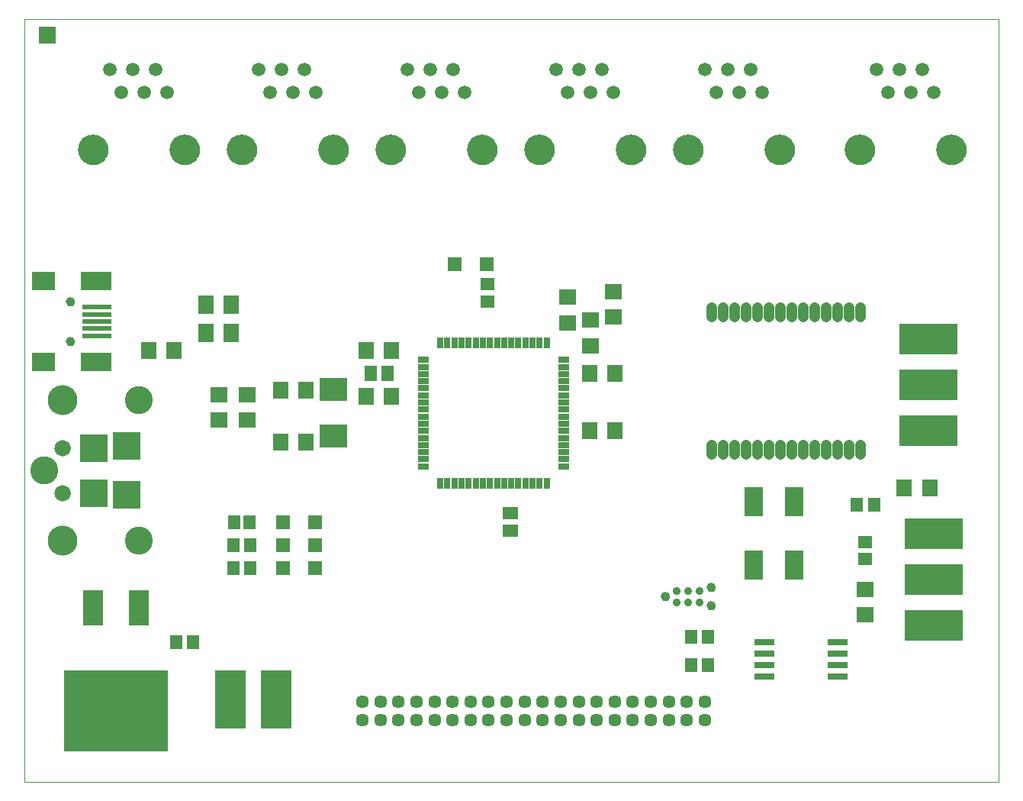
<source format=gts>
G75*
%MOIN*%
%OFA0B0*%
%FSLAX24Y24*%
%IPPOS*%
%LPD*%
%AMOC8*
5,1,8,0,0,1.08239X$1,22.5*
%
%ADD10C,0.0000*%
%ADD11C,0.0591*%
%ADD12C,0.1320*%
%ADD13R,0.0552X0.0631*%
%ADD14R,0.0631X0.0631*%
%ADD15C,0.1221*%
%ADD16C,0.1306*%
%ADD17R,0.1221X0.1221*%
%ADD18C,0.0709*%
%ADD19R,0.0670X0.0749*%
%ADD20C,0.0350*%
%ADD21C,0.0390*%
%ADD22R,0.0749X0.0670*%
%ADD23R,0.0790X0.1290*%
%ADD24R,0.0670X0.0552*%
%ADD25R,0.0552X0.0670*%
%ADD26R,0.1221X0.1024*%
%ADD27R,0.1024X0.0827*%
%ADD28R,0.1339X0.0827*%
%ADD29R,0.1260X0.0237*%
%ADD30C,0.0394*%
%ADD31R,0.0670X0.0827*%
%ADD32R,0.0910X0.0280*%
%ADD33C,0.0453*%
%ADD34R,0.0860X0.1540*%
%ADD35R,0.4540X0.3540*%
%ADD36R,0.1320X0.2580*%
%ADD37R,0.2580X0.1320*%
%ADD38R,0.0750X0.0670*%
%ADD39R,0.0670X0.0750*%
%ADD40R,0.0631X0.0552*%
%ADD41R,0.0510X0.0260*%
%ADD42R,0.0260X0.0510*%
%ADD43C,0.0571*%
%ADD44R,0.0749X0.0749*%
D10*
X000450Y000330D02*
X000450Y033626D01*
X043020Y033626D01*
X043020Y000330D01*
X000450Y000330D01*
X001769Y012946D02*
X001771Y012982D01*
X001777Y013018D01*
X001787Y013053D01*
X001800Y013087D01*
X001817Y013119D01*
X001837Y013149D01*
X001861Y013176D01*
X001887Y013201D01*
X001916Y013223D01*
X001947Y013242D01*
X001980Y013257D01*
X002014Y013269D01*
X002050Y013277D01*
X002086Y013281D01*
X002122Y013281D01*
X002158Y013277D01*
X002194Y013269D01*
X002228Y013257D01*
X002261Y013242D01*
X002292Y013223D01*
X002321Y013201D01*
X002347Y013176D01*
X002371Y013149D01*
X002391Y013119D01*
X002408Y013087D01*
X002421Y013053D01*
X002431Y013018D01*
X002437Y012982D01*
X002439Y012946D01*
X002437Y012910D01*
X002431Y012874D01*
X002421Y012839D01*
X002408Y012805D01*
X002391Y012773D01*
X002371Y012743D01*
X002347Y012716D01*
X002321Y012691D01*
X002292Y012669D01*
X002261Y012650D01*
X002228Y012635D01*
X002194Y012623D01*
X002158Y012615D01*
X002122Y012611D01*
X002086Y012611D01*
X002050Y012615D01*
X002014Y012623D01*
X001980Y012635D01*
X001947Y012650D01*
X001916Y012669D01*
X001887Y012691D01*
X001861Y012716D01*
X001837Y012743D01*
X001817Y012773D01*
X001800Y012805D01*
X001787Y012839D01*
X001777Y012874D01*
X001771Y012910D01*
X001769Y012946D01*
X001769Y014914D02*
X001771Y014950D01*
X001777Y014986D01*
X001787Y015021D01*
X001800Y015055D01*
X001817Y015087D01*
X001837Y015117D01*
X001861Y015144D01*
X001887Y015169D01*
X001916Y015191D01*
X001947Y015210D01*
X001980Y015225D01*
X002014Y015237D01*
X002050Y015245D01*
X002086Y015249D01*
X002122Y015249D01*
X002158Y015245D01*
X002194Y015237D01*
X002228Y015225D01*
X002261Y015210D01*
X002292Y015191D01*
X002321Y015169D01*
X002347Y015144D01*
X002371Y015117D01*
X002391Y015087D01*
X002408Y015055D01*
X002421Y015021D01*
X002431Y014986D01*
X002437Y014950D01*
X002439Y014914D01*
X002437Y014878D01*
X002431Y014842D01*
X002421Y014807D01*
X002408Y014773D01*
X002391Y014741D01*
X002371Y014711D01*
X002347Y014684D01*
X002321Y014659D01*
X002292Y014637D01*
X002261Y014618D01*
X002228Y014603D01*
X002194Y014591D01*
X002158Y014583D01*
X002122Y014579D01*
X002086Y014579D01*
X002050Y014583D01*
X002014Y014591D01*
X001980Y014603D01*
X001947Y014618D01*
X001916Y014637D01*
X001887Y014659D01*
X001861Y014684D01*
X001837Y014711D01*
X001817Y014741D01*
X001800Y014773D01*
X001787Y014807D01*
X001777Y014842D01*
X001771Y014878D01*
X001769Y014914D01*
X002273Y019564D02*
X002275Y019590D01*
X002281Y019616D01*
X002291Y019641D01*
X002304Y019664D01*
X002320Y019684D01*
X002340Y019702D01*
X002362Y019717D01*
X002385Y019729D01*
X002411Y019737D01*
X002437Y019741D01*
X002463Y019741D01*
X002489Y019737D01*
X002515Y019729D01*
X002539Y019717D01*
X002560Y019702D01*
X002580Y019684D01*
X002596Y019664D01*
X002609Y019641D01*
X002619Y019616D01*
X002625Y019590D01*
X002627Y019564D01*
X002625Y019538D01*
X002619Y019512D01*
X002609Y019487D01*
X002596Y019464D01*
X002580Y019444D01*
X002560Y019426D01*
X002538Y019411D01*
X002515Y019399D01*
X002489Y019391D01*
X002463Y019387D01*
X002437Y019387D01*
X002411Y019391D01*
X002385Y019399D01*
X002361Y019411D01*
X002340Y019426D01*
X002320Y019444D01*
X002304Y019464D01*
X002291Y019487D01*
X002281Y019512D01*
X002275Y019538D01*
X002273Y019564D01*
X002273Y021296D02*
X002275Y021322D01*
X002281Y021348D01*
X002291Y021373D01*
X002304Y021396D01*
X002320Y021416D01*
X002340Y021434D01*
X002362Y021449D01*
X002385Y021461D01*
X002411Y021469D01*
X002437Y021473D01*
X002463Y021473D01*
X002489Y021469D01*
X002515Y021461D01*
X002539Y021449D01*
X002560Y021434D01*
X002580Y021416D01*
X002596Y021396D01*
X002609Y021373D01*
X002619Y021348D01*
X002625Y021322D01*
X002627Y021296D01*
X002625Y021270D01*
X002619Y021244D01*
X002609Y021219D01*
X002596Y021196D01*
X002580Y021176D01*
X002560Y021158D01*
X002538Y021143D01*
X002515Y021131D01*
X002489Y021123D01*
X002463Y021119D01*
X002437Y021119D01*
X002411Y021123D01*
X002385Y021131D01*
X002361Y021143D01*
X002340Y021158D01*
X002320Y021176D01*
X002304Y021196D01*
X002291Y021219D01*
X002281Y021244D01*
X002275Y021270D01*
X002273Y021296D01*
X002810Y027930D02*
X002812Y027980D01*
X002818Y028030D01*
X002828Y028079D01*
X002841Y028128D01*
X002859Y028175D01*
X002880Y028221D01*
X002904Y028264D01*
X002932Y028306D01*
X002963Y028346D01*
X002997Y028383D01*
X003034Y028417D01*
X003074Y028448D01*
X003116Y028476D01*
X003159Y028500D01*
X003205Y028521D01*
X003252Y028539D01*
X003301Y028552D01*
X003350Y028562D01*
X003400Y028568D01*
X003450Y028570D01*
X003500Y028568D01*
X003550Y028562D01*
X003599Y028552D01*
X003648Y028539D01*
X003695Y028521D01*
X003741Y028500D01*
X003784Y028476D01*
X003826Y028448D01*
X003866Y028417D01*
X003903Y028383D01*
X003937Y028346D01*
X003968Y028306D01*
X003996Y028264D01*
X004020Y028221D01*
X004041Y028175D01*
X004059Y028128D01*
X004072Y028079D01*
X004082Y028030D01*
X004088Y027980D01*
X004090Y027930D01*
X004088Y027880D01*
X004082Y027830D01*
X004072Y027781D01*
X004059Y027732D01*
X004041Y027685D01*
X004020Y027639D01*
X003996Y027596D01*
X003968Y027554D01*
X003937Y027514D01*
X003903Y027477D01*
X003866Y027443D01*
X003826Y027412D01*
X003784Y027384D01*
X003741Y027360D01*
X003695Y027339D01*
X003648Y027321D01*
X003599Y027308D01*
X003550Y027298D01*
X003500Y027292D01*
X003450Y027290D01*
X003400Y027292D01*
X003350Y027298D01*
X003301Y027308D01*
X003252Y027321D01*
X003205Y027339D01*
X003159Y027360D01*
X003116Y027384D01*
X003074Y027412D01*
X003034Y027443D01*
X002997Y027477D01*
X002963Y027514D01*
X002932Y027554D01*
X002904Y027596D01*
X002880Y027639D01*
X002859Y027685D01*
X002841Y027732D01*
X002828Y027781D01*
X002818Y027830D01*
X002812Y027880D01*
X002810Y027930D01*
X006810Y027930D02*
X006812Y027980D01*
X006818Y028030D01*
X006828Y028079D01*
X006841Y028128D01*
X006859Y028175D01*
X006880Y028221D01*
X006904Y028264D01*
X006932Y028306D01*
X006963Y028346D01*
X006997Y028383D01*
X007034Y028417D01*
X007074Y028448D01*
X007116Y028476D01*
X007159Y028500D01*
X007205Y028521D01*
X007252Y028539D01*
X007301Y028552D01*
X007350Y028562D01*
X007400Y028568D01*
X007450Y028570D01*
X007500Y028568D01*
X007550Y028562D01*
X007599Y028552D01*
X007648Y028539D01*
X007695Y028521D01*
X007741Y028500D01*
X007784Y028476D01*
X007826Y028448D01*
X007866Y028417D01*
X007903Y028383D01*
X007937Y028346D01*
X007968Y028306D01*
X007996Y028264D01*
X008020Y028221D01*
X008041Y028175D01*
X008059Y028128D01*
X008072Y028079D01*
X008082Y028030D01*
X008088Y027980D01*
X008090Y027930D01*
X008088Y027880D01*
X008082Y027830D01*
X008072Y027781D01*
X008059Y027732D01*
X008041Y027685D01*
X008020Y027639D01*
X007996Y027596D01*
X007968Y027554D01*
X007937Y027514D01*
X007903Y027477D01*
X007866Y027443D01*
X007826Y027412D01*
X007784Y027384D01*
X007741Y027360D01*
X007695Y027339D01*
X007648Y027321D01*
X007599Y027308D01*
X007550Y027298D01*
X007500Y027292D01*
X007450Y027290D01*
X007400Y027292D01*
X007350Y027298D01*
X007301Y027308D01*
X007252Y027321D01*
X007205Y027339D01*
X007159Y027360D01*
X007116Y027384D01*
X007074Y027412D01*
X007034Y027443D01*
X006997Y027477D01*
X006963Y027514D01*
X006932Y027554D01*
X006904Y027596D01*
X006880Y027639D01*
X006859Y027685D01*
X006841Y027732D01*
X006828Y027781D01*
X006818Y027830D01*
X006812Y027880D01*
X006810Y027930D01*
X009310Y027930D02*
X009312Y027980D01*
X009318Y028030D01*
X009328Y028079D01*
X009341Y028128D01*
X009359Y028175D01*
X009380Y028221D01*
X009404Y028264D01*
X009432Y028306D01*
X009463Y028346D01*
X009497Y028383D01*
X009534Y028417D01*
X009574Y028448D01*
X009616Y028476D01*
X009659Y028500D01*
X009705Y028521D01*
X009752Y028539D01*
X009801Y028552D01*
X009850Y028562D01*
X009900Y028568D01*
X009950Y028570D01*
X010000Y028568D01*
X010050Y028562D01*
X010099Y028552D01*
X010148Y028539D01*
X010195Y028521D01*
X010241Y028500D01*
X010284Y028476D01*
X010326Y028448D01*
X010366Y028417D01*
X010403Y028383D01*
X010437Y028346D01*
X010468Y028306D01*
X010496Y028264D01*
X010520Y028221D01*
X010541Y028175D01*
X010559Y028128D01*
X010572Y028079D01*
X010582Y028030D01*
X010588Y027980D01*
X010590Y027930D01*
X010588Y027880D01*
X010582Y027830D01*
X010572Y027781D01*
X010559Y027732D01*
X010541Y027685D01*
X010520Y027639D01*
X010496Y027596D01*
X010468Y027554D01*
X010437Y027514D01*
X010403Y027477D01*
X010366Y027443D01*
X010326Y027412D01*
X010284Y027384D01*
X010241Y027360D01*
X010195Y027339D01*
X010148Y027321D01*
X010099Y027308D01*
X010050Y027298D01*
X010000Y027292D01*
X009950Y027290D01*
X009900Y027292D01*
X009850Y027298D01*
X009801Y027308D01*
X009752Y027321D01*
X009705Y027339D01*
X009659Y027360D01*
X009616Y027384D01*
X009574Y027412D01*
X009534Y027443D01*
X009497Y027477D01*
X009463Y027514D01*
X009432Y027554D01*
X009404Y027596D01*
X009380Y027639D01*
X009359Y027685D01*
X009341Y027732D01*
X009328Y027781D01*
X009318Y027830D01*
X009312Y027880D01*
X009310Y027930D01*
X013310Y027930D02*
X013312Y027980D01*
X013318Y028030D01*
X013328Y028079D01*
X013341Y028128D01*
X013359Y028175D01*
X013380Y028221D01*
X013404Y028264D01*
X013432Y028306D01*
X013463Y028346D01*
X013497Y028383D01*
X013534Y028417D01*
X013574Y028448D01*
X013616Y028476D01*
X013659Y028500D01*
X013705Y028521D01*
X013752Y028539D01*
X013801Y028552D01*
X013850Y028562D01*
X013900Y028568D01*
X013950Y028570D01*
X014000Y028568D01*
X014050Y028562D01*
X014099Y028552D01*
X014148Y028539D01*
X014195Y028521D01*
X014241Y028500D01*
X014284Y028476D01*
X014326Y028448D01*
X014366Y028417D01*
X014403Y028383D01*
X014437Y028346D01*
X014468Y028306D01*
X014496Y028264D01*
X014520Y028221D01*
X014541Y028175D01*
X014559Y028128D01*
X014572Y028079D01*
X014582Y028030D01*
X014588Y027980D01*
X014590Y027930D01*
X014588Y027880D01*
X014582Y027830D01*
X014572Y027781D01*
X014559Y027732D01*
X014541Y027685D01*
X014520Y027639D01*
X014496Y027596D01*
X014468Y027554D01*
X014437Y027514D01*
X014403Y027477D01*
X014366Y027443D01*
X014326Y027412D01*
X014284Y027384D01*
X014241Y027360D01*
X014195Y027339D01*
X014148Y027321D01*
X014099Y027308D01*
X014050Y027298D01*
X014000Y027292D01*
X013950Y027290D01*
X013900Y027292D01*
X013850Y027298D01*
X013801Y027308D01*
X013752Y027321D01*
X013705Y027339D01*
X013659Y027360D01*
X013616Y027384D01*
X013574Y027412D01*
X013534Y027443D01*
X013497Y027477D01*
X013463Y027514D01*
X013432Y027554D01*
X013404Y027596D01*
X013380Y027639D01*
X013359Y027685D01*
X013341Y027732D01*
X013328Y027781D01*
X013318Y027830D01*
X013312Y027880D01*
X013310Y027930D01*
X015810Y027930D02*
X015812Y027980D01*
X015818Y028030D01*
X015828Y028079D01*
X015841Y028128D01*
X015859Y028175D01*
X015880Y028221D01*
X015904Y028264D01*
X015932Y028306D01*
X015963Y028346D01*
X015997Y028383D01*
X016034Y028417D01*
X016074Y028448D01*
X016116Y028476D01*
X016159Y028500D01*
X016205Y028521D01*
X016252Y028539D01*
X016301Y028552D01*
X016350Y028562D01*
X016400Y028568D01*
X016450Y028570D01*
X016500Y028568D01*
X016550Y028562D01*
X016599Y028552D01*
X016648Y028539D01*
X016695Y028521D01*
X016741Y028500D01*
X016784Y028476D01*
X016826Y028448D01*
X016866Y028417D01*
X016903Y028383D01*
X016937Y028346D01*
X016968Y028306D01*
X016996Y028264D01*
X017020Y028221D01*
X017041Y028175D01*
X017059Y028128D01*
X017072Y028079D01*
X017082Y028030D01*
X017088Y027980D01*
X017090Y027930D01*
X017088Y027880D01*
X017082Y027830D01*
X017072Y027781D01*
X017059Y027732D01*
X017041Y027685D01*
X017020Y027639D01*
X016996Y027596D01*
X016968Y027554D01*
X016937Y027514D01*
X016903Y027477D01*
X016866Y027443D01*
X016826Y027412D01*
X016784Y027384D01*
X016741Y027360D01*
X016695Y027339D01*
X016648Y027321D01*
X016599Y027308D01*
X016550Y027298D01*
X016500Y027292D01*
X016450Y027290D01*
X016400Y027292D01*
X016350Y027298D01*
X016301Y027308D01*
X016252Y027321D01*
X016205Y027339D01*
X016159Y027360D01*
X016116Y027384D01*
X016074Y027412D01*
X016034Y027443D01*
X015997Y027477D01*
X015963Y027514D01*
X015932Y027554D01*
X015904Y027596D01*
X015880Y027639D01*
X015859Y027685D01*
X015841Y027732D01*
X015828Y027781D01*
X015818Y027830D01*
X015812Y027880D01*
X015810Y027930D01*
X019810Y027930D02*
X019812Y027980D01*
X019818Y028030D01*
X019828Y028079D01*
X019841Y028128D01*
X019859Y028175D01*
X019880Y028221D01*
X019904Y028264D01*
X019932Y028306D01*
X019963Y028346D01*
X019997Y028383D01*
X020034Y028417D01*
X020074Y028448D01*
X020116Y028476D01*
X020159Y028500D01*
X020205Y028521D01*
X020252Y028539D01*
X020301Y028552D01*
X020350Y028562D01*
X020400Y028568D01*
X020450Y028570D01*
X020500Y028568D01*
X020550Y028562D01*
X020599Y028552D01*
X020648Y028539D01*
X020695Y028521D01*
X020741Y028500D01*
X020784Y028476D01*
X020826Y028448D01*
X020866Y028417D01*
X020903Y028383D01*
X020937Y028346D01*
X020968Y028306D01*
X020996Y028264D01*
X021020Y028221D01*
X021041Y028175D01*
X021059Y028128D01*
X021072Y028079D01*
X021082Y028030D01*
X021088Y027980D01*
X021090Y027930D01*
X021088Y027880D01*
X021082Y027830D01*
X021072Y027781D01*
X021059Y027732D01*
X021041Y027685D01*
X021020Y027639D01*
X020996Y027596D01*
X020968Y027554D01*
X020937Y027514D01*
X020903Y027477D01*
X020866Y027443D01*
X020826Y027412D01*
X020784Y027384D01*
X020741Y027360D01*
X020695Y027339D01*
X020648Y027321D01*
X020599Y027308D01*
X020550Y027298D01*
X020500Y027292D01*
X020450Y027290D01*
X020400Y027292D01*
X020350Y027298D01*
X020301Y027308D01*
X020252Y027321D01*
X020205Y027339D01*
X020159Y027360D01*
X020116Y027384D01*
X020074Y027412D01*
X020034Y027443D01*
X019997Y027477D01*
X019963Y027514D01*
X019932Y027554D01*
X019904Y027596D01*
X019880Y027639D01*
X019859Y027685D01*
X019841Y027732D01*
X019828Y027781D01*
X019818Y027830D01*
X019812Y027880D01*
X019810Y027930D01*
X022310Y027930D02*
X022312Y027980D01*
X022318Y028030D01*
X022328Y028079D01*
X022341Y028128D01*
X022359Y028175D01*
X022380Y028221D01*
X022404Y028264D01*
X022432Y028306D01*
X022463Y028346D01*
X022497Y028383D01*
X022534Y028417D01*
X022574Y028448D01*
X022616Y028476D01*
X022659Y028500D01*
X022705Y028521D01*
X022752Y028539D01*
X022801Y028552D01*
X022850Y028562D01*
X022900Y028568D01*
X022950Y028570D01*
X023000Y028568D01*
X023050Y028562D01*
X023099Y028552D01*
X023148Y028539D01*
X023195Y028521D01*
X023241Y028500D01*
X023284Y028476D01*
X023326Y028448D01*
X023366Y028417D01*
X023403Y028383D01*
X023437Y028346D01*
X023468Y028306D01*
X023496Y028264D01*
X023520Y028221D01*
X023541Y028175D01*
X023559Y028128D01*
X023572Y028079D01*
X023582Y028030D01*
X023588Y027980D01*
X023590Y027930D01*
X023588Y027880D01*
X023582Y027830D01*
X023572Y027781D01*
X023559Y027732D01*
X023541Y027685D01*
X023520Y027639D01*
X023496Y027596D01*
X023468Y027554D01*
X023437Y027514D01*
X023403Y027477D01*
X023366Y027443D01*
X023326Y027412D01*
X023284Y027384D01*
X023241Y027360D01*
X023195Y027339D01*
X023148Y027321D01*
X023099Y027308D01*
X023050Y027298D01*
X023000Y027292D01*
X022950Y027290D01*
X022900Y027292D01*
X022850Y027298D01*
X022801Y027308D01*
X022752Y027321D01*
X022705Y027339D01*
X022659Y027360D01*
X022616Y027384D01*
X022574Y027412D01*
X022534Y027443D01*
X022497Y027477D01*
X022463Y027514D01*
X022432Y027554D01*
X022404Y027596D01*
X022380Y027639D01*
X022359Y027685D01*
X022341Y027732D01*
X022328Y027781D01*
X022318Y027830D01*
X022312Y027880D01*
X022310Y027930D01*
X026310Y027930D02*
X026312Y027980D01*
X026318Y028030D01*
X026328Y028079D01*
X026341Y028128D01*
X026359Y028175D01*
X026380Y028221D01*
X026404Y028264D01*
X026432Y028306D01*
X026463Y028346D01*
X026497Y028383D01*
X026534Y028417D01*
X026574Y028448D01*
X026616Y028476D01*
X026659Y028500D01*
X026705Y028521D01*
X026752Y028539D01*
X026801Y028552D01*
X026850Y028562D01*
X026900Y028568D01*
X026950Y028570D01*
X027000Y028568D01*
X027050Y028562D01*
X027099Y028552D01*
X027148Y028539D01*
X027195Y028521D01*
X027241Y028500D01*
X027284Y028476D01*
X027326Y028448D01*
X027366Y028417D01*
X027403Y028383D01*
X027437Y028346D01*
X027468Y028306D01*
X027496Y028264D01*
X027520Y028221D01*
X027541Y028175D01*
X027559Y028128D01*
X027572Y028079D01*
X027582Y028030D01*
X027588Y027980D01*
X027590Y027930D01*
X027588Y027880D01*
X027582Y027830D01*
X027572Y027781D01*
X027559Y027732D01*
X027541Y027685D01*
X027520Y027639D01*
X027496Y027596D01*
X027468Y027554D01*
X027437Y027514D01*
X027403Y027477D01*
X027366Y027443D01*
X027326Y027412D01*
X027284Y027384D01*
X027241Y027360D01*
X027195Y027339D01*
X027148Y027321D01*
X027099Y027308D01*
X027050Y027298D01*
X027000Y027292D01*
X026950Y027290D01*
X026900Y027292D01*
X026850Y027298D01*
X026801Y027308D01*
X026752Y027321D01*
X026705Y027339D01*
X026659Y027360D01*
X026616Y027384D01*
X026574Y027412D01*
X026534Y027443D01*
X026497Y027477D01*
X026463Y027514D01*
X026432Y027554D01*
X026404Y027596D01*
X026380Y027639D01*
X026359Y027685D01*
X026341Y027732D01*
X026328Y027781D01*
X026318Y027830D01*
X026312Y027880D01*
X026310Y027930D01*
X028810Y027930D02*
X028812Y027980D01*
X028818Y028030D01*
X028828Y028079D01*
X028841Y028128D01*
X028859Y028175D01*
X028880Y028221D01*
X028904Y028264D01*
X028932Y028306D01*
X028963Y028346D01*
X028997Y028383D01*
X029034Y028417D01*
X029074Y028448D01*
X029116Y028476D01*
X029159Y028500D01*
X029205Y028521D01*
X029252Y028539D01*
X029301Y028552D01*
X029350Y028562D01*
X029400Y028568D01*
X029450Y028570D01*
X029500Y028568D01*
X029550Y028562D01*
X029599Y028552D01*
X029648Y028539D01*
X029695Y028521D01*
X029741Y028500D01*
X029784Y028476D01*
X029826Y028448D01*
X029866Y028417D01*
X029903Y028383D01*
X029937Y028346D01*
X029968Y028306D01*
X029996Y028264D01*
X030020Y028221D01*
X030041Y028175D01*
X030059Y028128D01*
X030072Y028079D01*
X030082Y028030D01*
X030088Y027980D01*
X030090Y027930D01*
X030088Y027880D01*
X030082Y027830D01*
X030072Y027781D01*
X030059Y027732D01*
X030041Y027685D01*
X030020Y027639D01*
X029996Y027596D01*
X029968Y027554D01*
X029937Y027514D01*
X029903Y027477D01*
X029866Y027443D01*
X029826Y027412D01*
X029784Y027384D01*
X029741Y027360D01*
X029695Y027339D01*
X029648Y027321D01*
X029599Y027308D01*
X029550Y027298D01*
X029500Y027292D01*
X029450Y027290D01*
X029400Y027292D01*
X029350Y027298D01*
X029301Y027308D01*
X029252Y027321D01*
X029205Y027339D01*
X029159Y027360D01*
X029116Y027384D01*
X029074Y027412D01*
X029034Y027443D01*
X028997Y027477D01*
X028963Y027514D01*
X028932Y027554D01*
X028904Y027596D01*
X028880Y027639D01*
X028859Y027685D01*
X028841Y027732D01*
X028828Y027781D01*
X028818Y027830D01*
X028812Y027880D01*
X028810Y027930D01*
X032810Y027930D02*
X032812Y027980D01*
X032818Y028030D01*
X032828Y028079D01*
X032841Y028128D01*
X032859Y028175D01*
X032880Y028221D01*
X032904Y028264D01*
X032932Y028306D01*
X032963Y028346D01*
X032997Y028383D01*
X033034Y028417D01*
X033074Y028448D01*
X033116Y028476D01*
X033159Y028500D01*
X033205Y028521D01*
X033252Y028539D01*
X033301Y028552D01*
X033350Y028562D01*
X033400Y028568D01*
X033450Y028570D01*
X033500Y028568D01*
X033550Y028562D01*
X033599Y028552D01*
X033648Y028539D01*
X033695Y028521D01*
X033741Y028500D01*
X033784Y028476D01*
X033826Y028448D01*
X033866Y028417D01*
X033903Y028383D01*
X033937Y028346D01*
X033968Y028306D01*
X033996Y028264D01*
X034020Y028221D01*
X034041Y028175D01*
X034059Y028128D01*
X034072Y028079D01*
X034082Y028030D01*
X034088Y027980D01*
X034090Y027930D01*
X034088Y027880D01*
X034082Y027830D01*
X034072Y027781D01*
X034059Y027732D01*
X034041Y027685D01*
X034020Y027639D01*
X033996Y027596D01*
X033968Y027554D01*
X033937Y027514D01*
X033903Y027477D01*
X033866Y027443D01*
X033826Y027412D01*
X033784Y027384D01*
X033741Y027360D01*
X033695Y027339D01*
X033648Y027321D01*
X033599Y027308D01*
X033550Y027298D01*
X033500Y027292D01*
X033450Y027290D01*
X033400Y027292D01*
X033350Y027298D01*
X033301Y027308D01*
X033252Y027321D01*
X033205Y027339D01*
X033159Y027360D01*
X033116Y027384D01*
X033074Y027412D01*
X033034Y027443D01*
X032997Y027477D01*
X032963Y027514D01*
X032932Y027554D01*
X032904Y027596D01*
X032880Y027639D01*
X032859Y027685D01*
X032841Y027732D01*
X032828Y027781D01*
X032818Y027830D01*
X032812Y027880D01*
X032810Y027930D01*
X036310Y027930D02*
X036312Y027980D01*
X036318Y028030D01*
X036328Y028079D01*
X036341Y028128D01*
X036359Y028175D01*
X036380Y028221D01*
X036404Y028264D01*
X036432Y028306D01*
X036463Y028346D01*
X036497Y028383D01*
X036534Y028417D01*
X036574Y028448D01*
X036616Y028476D01*
X036659Y028500D01*
X036705Y028521D01*
X036752Y028539D01*
X036801Y028552D01*
X036850Y028562D01*
X036900Y028568D01*
X036950Y028570D01*
X037000Y028568D01*
X037050Y028562D01*
X037099Y028552D01*
X037148Y028539D01*
X037195Y028521D01*
X037241Y028500D01*
X037284Y028476D01*
X037326Y028448D01*
X037366Y028417D01*
X037403Y028383D01*
X037437Y028346D01*
X037468Y028306D01*
X037496Y028264D01*
X037520Y028221D01*
X037541Y028175D01*
X037559Y028128D01*
X037572Y028079D01*
X037582Y028030D01*
X037588Y027980D01*
X037590Y027930D01*
X037588Y027880D01*
X037582Y027830D01*
X037572Y027781D01*
X037559Y027732D01*
X037541Y027685D01*
X037520Y027639D01*
X037496Y027596D01*
X037468Y027554D01*
X037437Y027514D01*
X037403Y027477D01*
X037366Y027443D01*
X037326Y027412D01*
X037284Y027384D01*
X037241Y027360D01*
X037195Y027339D01*
X037148Y027321D01*
X037099Y027308D01*
X037050Y027298D01*
X037000Y027292D01*
X036950Y027290D01*
X036900Y027292D01*
X036850Y027298D01*
X036801Y027308D01*
X036752Y027321D01*
X036705Y027339D01*
X036659Y027360D01*
X036616Y027384D01*
X036574Y027412D01*
X036534Y027443D01*
X036497Y027477D01*
X036463Y027514D01*
X036432Y027554D01*
X036404Y027596D01*
X036380Y027639D01*
X036359Y027685D01*
X036341Y027732D01*
X036328Y027781D01*
X036318Y027830D01*
X036312Y027880D01*
X036310Y027930D01*
X040310Y027930D02*
X040312Y027980D01*
X040318Y028030D01*
X040328Y028079D01*
X040341Y028128D01*
X040359Y028175D01*
X040380Y028221D01*
X040404Y028264D01*
X040432Y028306D01*
X040463Y028346D01*
X040497Y028383D01*
X040534Y028417D01*
X040574Y028448D01*
X040616Y028476D01*
X040659Y028500D01*
X040705Y028521D01*
X040752Y028539D01*
X040801Y028552D01*
X040850Y028562D01*
X040900Y028568D01*
X040950Y028570D01*
X041000Y028568D01*
X041050Y028562D01*
X041099Y028552D01*
X041148Y028539D01*
X041195Y028521D01*
X041241Y028500D01*
X041284Y028476D01*
X041326Y028448D01*
X041366Y028417D01*
X041403Y028383D01*
X041437Y028346D01*
X041468Y028306D01*
X041496Y028264D01*
X041520Y028221D01*
X041541Y028175D01*
X041559Y028128D01*
X041572Y028079D01*
X041582Y028030D01*
X041588Y027980D01*
X041590Y027930D01*
X041588Y027880D01*
X041582Y027830D01*
X041572Y027781D01*
X041559Y027732D01*
X041541Y027685D01*
X041520Y027639D01*
X041496Y027596D01*
X041468Y027554D01*
X041437Y027514D01*
X041403Y027477D01*
X041366Y027443D01*
X041326Y027412D01*
X041284Y027384D01*
X041241Y027360D01*
X041195Y027339D01*
X041148Y027321D01*
X041099Y027308D01*
X041050Y027298D01*
X041000Y027292D01*
X040950Y027290D01*
X040900Y027292D01*
X040850Y027298D01*
X040801Y027308D01*
X040752Y027321D01*
X040705Y027339D01*
X040659Y027360D01*
X040616Y027384D01*
X040574Y027412D01*
X040534Y027443D01*
X040497Y027477D01*
X040463Y027514D01*
X040432Y027554D01*
X040404Y027596D01*
X040380Y027639D01*
X040359Y027685D01*
X040341Y027732D01*
X040328Y027781D01*
X040318Y027830D01*
X040312Y027880D01*
X040310Y027930D01*
X030275Y008830D02*
X030277Y008856D01*
X030283Y008882D01*
X030292Y008906D01*
X030305Y008929D01*
X030322Y008949D01*
X030341Y008967D01*
X030363Y008982D01*
X030386Y008993D01*
X030411Y009001D01*
X030437Y009005D01*
X030463Y009005D01*
X030489Y009001D01*
X030514Y008993D01*
X030538Y008982D01*
X030559Y008967D01*
X030578Y008949D01*
X030595Y008929D01*
X030608Y008906D01*
X030617Y008882D01*
X030623Y008856D01*
X030625Y008830D01*
X030623Y008804D01*
X030617Y008778D01*
X030608Y008754D01*
X030595Y008731D01*
X030578Y008711D01*
X030559Y008693D01*
X030537Y008678D01*
X030514Y008667D01*
X030489Y008659D01*
X030463Y008655D01*
X030437Y008655D01*
X030411Y008659D01*
X030386Y008667D01*
X030362Y008678D01*
X030341Y008693D01*
X030322Y008711D01*
X030305Y008731D01*
X030292Y008754D01*
X030283Y008778D01*
X030277Y008804D01*
X030275Y008830D01*
X030275Y008030D02*
X030277Y008056D01*
X030283Y008082D01*
X030292Y008106D01*
X030305Y008129D01*
X030322Y008149D01*
X030341Y008167D01*
X030363Y008182D01*
X030386Y008193D01*
X030411Y008201D01*
X030437Y008205D01*
X030463Y008205D01*
X030489Y008201D01*
X030514Y008193D01*
X030538Y008182D01*
X030559Y008167D01*
X030578Y008149D01*
X030595Y008129D01*
X030608Y008106D01*
X030617Y008082D01*
X030623Y008056D01*
X030625Y008030D01*
X030623Y008004D01*
X030617Y007978D01*
X030608Y007954D01*
X030595Y007931D01*
X030578Y007911D01*
X030559Y007893D01*
X030537Y007878D01*
X030514Y007867D01*
X030489Y007859D01*
X030463Y007855D01*
X030437Y007855D01*
X030411Y007859D01*
X030386Y007867D01*
X030362Y007878D01*
X030341Y007893D01*
X030322Y007911D01*
X030305Y007931D01*
X030292Y007954D01*
X030283Y007978D01*
X030277Y008004D01*
X030275Y008030D01*
X028275Y008430D02*
X028277Y008456D01*
X028283Y008482D01*
X028292Y008506D01*
X028305Y008529D01*
X028322Y008549D01*
X028341Y008567D01*
X028363Y008582D01*
X028386Y008593D01*
X028411Y008601D01*
X028437Y008605D01*
X028463Y008605D01*
X028489Y008601D01*
X028514Y008593D01*
X028538Y008582D01*
X028559Y008567D01*
X028578Y008549D01*
X028595Y008529D01*
X028608Y008506D01*
X028617Y008482D01*
X028623Y008456D01*
X028625Y008430D01*
X028623Y008404D01*
X028617Y008378D01*
X028608Y008354D01*
X028595Y008331D01*
X028578Y008311D01*
X028559Y008293D01*
X028537Y008278D01*
X028514Y008267D01*
X028489Y008259D01*
X028463Y008255D01*
X028437Y008255D01*
X028411Y008259D01*
X028386Y008267D01*
X028362Y008278D01*
X028341Y008293D01*
X028322Y008311D01*
X028305Y008331D01*
X028292Y008354D01*
X028283Y008378D01*
X028277Y008404D01*
X028275Y008430D01*
D11*
X026200Y030430D03*
X025200Y030430D03*
X024200Y030430D03*
X023700Y031430D03*
X024700Y031430D03*
X025700Y031430D03*
X030200Y031430D03*
X031200Y031430D03*
X032200Y031430D03*
X031700Y030430D03*
X032700Y030430D03*
X030700Y030430D03*
X037700Y031430D03*
X038700Y031430D03*
X039700Y031430D03*
X039200Y030430D03*
X038200Y030430D03*
X040200Y030430D03*
X019700Y030430D03*
X018700Y030430D03*
X017700Y030430D03*
X017200Y031430D03*
X018200Y031430D03*
X019200Y031430D03*
X013200Y030430D03*
X012200Y030430D03*
X011200Y030430D03*
X010700Y031430D03*
X011700Y031430D03*
X012700Y031430D03*
X006700Y030430D03*
X005700Y030430D03*
X004700Y030430D03*
X004200Y031430D03*
X005200Y031430D03*
X006200Y031430D03*
D12*
X007450Y027930D03*
X009950Y027930D03*
X013950Y027930D03*
X016450Y027930D03*
X020450Y027930D03*
X022950Y027930D03*
X026950Y027930D03*
X029450Y027930D03*
X033450Y027930D03*
X036950Y027930D03*
X040950Y027930D03*
X003450Y027930D03*
D13*
X009615Y011680D03*
X010285Y011680D03*
X010324Y010680D03*
X009576Y010680D03*
X009576Y009680D03*
X010324Y009680D03*
X007824Y006430D03*
X007076Y006430D03*
X029576Y006680D03*
X030324Y006680D03*
X030324Y005430D03*
X029576Y005430D03*
X036826Y012430D03*
X037574Y012430D03*
D14*
X020639Y022930D03*
X019261Y022930D03*
X013139Y011680D03*
X013139Y010680D03*
X013139Y009680D03*
X011761Y009680D03*
X011761Y010680D03*
X011761Y011680D03*
D15*
X005450Y010859D03*
X001316Y013930D03*
X005450Y017001D03*
D16*
X002104Y017001D03*
X002104Y010859D03*
D17*
X003481Y012946D03*
X004919Y012867D03*
X004919Y014993D03*
X003481Y014914D03*
D18*
X002104Y014914D03*
X002104Y012946D03*
D19*
X005899Y019180D03*
X007001Y019180D03*
X011649Y017430D03*
X012751Y017430D03*
X015399Y017180D03*
X016501Y017180D03*
X016501Y019180D03*
X015399Y019180D03*
X012751Y015180D03*
X011649Y015180D03*
X025149Y015680D03*
X026251Y015680D03*
X026251Y018180D03*
X025149Y018180D03*
D20*
X028950Y008680D03*
X028950Y008180D03*
X029450Y008180D03*
X029450Y008680D03*
X029950Y008680D03*
X029950Y008180D03*
D21*
X030450Y008030D03*
X030450Y008830D03*
X028450Y008430D03*
D22*
X026200Y020629D03*
X026200Y021731D03*
X024200Y021481D03*
X024200Y020379D03*
X010200Y017231D03*
X010200Y016129D03*
X008950Y016129D03*
X008950Y017231D03*
D23*
X032325Y012555D03*
X034075Y012555D03*
X034075Y009805D03*
X032325Y009805D03*
D24*
X021700Y011306D03*
X021700Y012054D03*
D25*
X016324Y018180D03*
X015576Y018180D03*
D26*
X013950Y017479D03*
X013950Y015420D03*
D27*
X001269Y018678D03*
X001269Y022182D03*
D28*
X003592Y022182D03*
X003592Y018678D03*
D29*
X003631Y019800D03*
X003631Y020115D03*
X003631Y020430D03*
X003631Y020745D03*
X003631Y021060D03*
D30*
X002450Y021296D03*
X002450Y019564D03*
D31*
X008399Y019930D03*
X009501Y019930D03*
X009501Y021180D03*
X008399Y021180D03*
D32*
X032795Y006430D03*
X032795Y005930D03*
X032795Y005430D03*
X032795Y004930D03*
X035980Y004930D03*
X035980Y005430D03*
X035980Y005930D03*
X035980Y006430D03*
D33*
X036000Y014623D02*
X036000Y015037D01*
X035500Y015037D02*
X035500Y014623D01*
X035000Y014623D02*
X035000Y015037D01*
X034500Y015037D02*
X034500Y014623D01*
X034000Y014623D02*
X034000Y015037D01*
X033500Y015037D02*
X033500Y014623D01*
X033000Y014623D02*
X033000Y015037D01*
X032500Y015037D02*
X032500Y014623D01*
X032000Y014623D02*
X032000Y015037D01*
X031500Y015037D02*
X031500Y014623D01*
X031000Y014623D02*
X031000Y015037D01*
X030500Y015037D02*
X030500Y014623D01*
X036500Y014623D02*
X036500Y015037D01*
X037000Y015037D02*
X037000Y014623D01*
X037000Y020623D02*
X037000Y021037D01*
X036500Y021037D02*
X036500Y020623D01*
X036000Y020623D02*
X036000Y021037D01*
X035500Y021037D02*
X035500Y020623D01*
X035000Y020623D02*
X035000Y021037D01*
X034500Y021037D02*
X034500Y020623D01*
X034000Y020623D02*
X034000Y021037D01*
X033500Y021037D02*
X033500Y020623D01*
X033000Y020623D02*
X033000Y021037D01*
X032500Y021037D02*
X032500Y020623D01*
X032000Y020623D02*
X032000Y021037D01*
X031500Y021037D02*
X031500Y020623D01*
X031000Y020623D02*
X031000Y021037D01*
X030500Y021037D02*
X030500Y020623D01*
D34*
X005450Y007930D03*
X003450Y007930D03*
D35*
X004450Y003430D03*
D36*
X009450Y003930D03*
X011450Y003930D03*
D37*
X040200Y007180D03*
X040200Y009180D03*
X040200Y011180D03*
X039950Y015680D03*
X039950Y017680D03*
X039950Y019680D03*
D38*
X037200Y008740D03*
X037200Y007620D03*
X025200Y019370D03*
X025200Y020490D03*
D39*
X038890Y013180D03*
X040010Y013180D03*
D40*
X037200Y010804D03*
X037200Y010056D03*
X020700Y021306D03*
X020700Y022054D03*
D41*
X017895Y018755D03*
X017895Y018445D03*
X017895Y018135D03*
X017895Y017825D03*
X017895Y017515D03*
X017895Y017205D03*
X017895Y016895D03*
X017895Y016585D03*
X017895Y016275D03*
X017895Y015965D03*
X017895Y015655D03*
X017895Y015345D03*
X017895Y015035D03*
X017895Y014725D03*
X017895Y014415D03*
X017895Y014105D03*
X024005Y014105D03*
X024005Y014415D03*
X024005Y014725D03*
X024005Y015035D03*
X024005Y015345D03*
X024005Y015655D03*
X024005Y015965D03*
X024005Y016275D03*
X024005Y016585D03*
X024005Y016895D03*
X024005Y017205D03*
X024005Y017515D03*
X024005Y017825D03*
X024005Y018135D03*
X024005Y018445D03*
X024005Y018755D03*
D42*
X023275Y019485D03*
X022965Y019485D03*
X022655Y019485D03*
X022345Y019485D03*
X022035Y019485D03*
X021725Y019485D03*
X021415Y019485D03*
X021105Y019485D03*
X020795Y019485D03*
X020485Y019485D03*
X020175Y019485D03*
X019865Y019485D03*
X019555Y019485D03*
X019245Y019485D03*
X018935Y019485D03*
X018625Y019485D03*
X018625Y013375D03*
X018935Y013375D03*
X019245Y013375D03*
X019555Y013375D03*
X019865Y013375D03*
X020175Y013375D03*
X020485Y013375D03*
X020795Y013375D03*
X021105Y013375D03*
X021415Y013375D03*
X021725Y013375D03*
X022035Y013375D03*
X022345Y013375D03*
X022655Y013375D03*
X022965Y013375D03*
X023275Y013375D03*
D43*
X023094Y003824D03*
X023881Y003824D03*
X024669Y003824D03*
X025456Y003824D03*
X026243Y003824D03*
X027031Y003824D03*
X027818Y003824D03*
X028606Y003824D03*
X029393Y003824D03*
X030180Y003824D03*
X030180Y003036D03*
X029393Y003036D03*
X028606Y003036D03*
X027818Y003036D03*
X027031Y003036D03*
X026243Y003036D03*
X025456Y003036D03*
X024669Y003036D03*
X023881Y003036D03*
X023094Y003036D03*
X022306Y003036D03*
X021519Y003036D03*
X020731Y003036D03*
X019944Y003036D03*
X019157Y003036D03*
X018369Y003036D03*
X017582Y003036D03*
X016794Y003036D03*
X016007Y003036D03*
X015220Y003036D03*
X015220Y003824D03*
X016007Y003824D03*
X016794Y003824D03*
X017582Y003824D03*
X018369Y003824D03*
X019157Y003824D03*
X019944Y003824D03*
X020731Y003824D03*
X021519Y003824D03*
X022306Y003824D03*
D44*
X001450Y032930D03*
M02*

</source>
